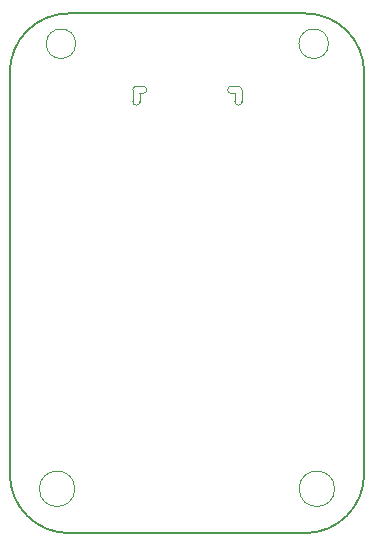
<source format=gbr>
%TF.GenerationSoftware,KiCad,Pcbnew,9.0.6-rc2*%
%TF.CreationDate,2026-01-29T22:58:21-08:00*%
%TF.ProjectId,hoja-dongle,686f6a61-2d64-46f6-9e67-6c652e6b6963,rev?*%
%TF.SameCoordinates,Original*%
%TF.FileFunction,Profile,NP*%
%FSLAX46Y46*%
G04 Gerber Fmt 4.6, Leading zero omitted, Abs format (unit mm)*
G04 Created by KiCad (PCBNEW 9.0.6-rc2) date 2026-01-29 22:58:21*
%MOMM*%
%LPD*%
G01*
G04 APERTURE LIST*
%TA.AperFunction,Profile*%
%ADD10C,0.100000*%
%TD*%
%TA.AperFunction,Profile*%
%ADD11C,0.150000*%
%TD*%
%TA.AperFunction,Profile*%
%ADD12C,0.010000*%
%TD*%
G04 APERTURE END LIST*
D10*
X126880000Y-28270000D02*
G75*
G02*
X124380000Y-28270000I-1250000J0D01*
G01*
X124380000Y-28270000D02*
G75*
G02*
X126880000Y-28270000I1250000J0D01*
G01*
D11*
X129900000Y-64700000D02*
G75*
G02*
X124900000Y-69700000I-5000000J0D01*
G01*
X104900000Y-69700000D02*
G75*
G02*
X99900000Y-64700000I0J5000000D01*
G01*
X99900000Y-64700000D02*
X99900000Y-30700000D01*
X129900000Y-30700000D02*
X129900000Y-64700000D01*
X99900000Y-30700000D02*
G75*
G02*
X104900000Y-25700000I5000000J0D01*
G01*
D10*
X105400000Y-65950000D02*
G75*
G02*
X102400000Y-65950000I-1500000J0D01*
G01*
X102400000Y-65950000D02*
G75*
G02*
X105400000Y-65950000I1500000J0D01*
G01*
X127400000Y-65950000D02*
G75*
G02*
X124400000Y-65950000I-1500000J0D01*
G01*
X124400000Y-65950000D02*
G75*
G02*
X127400000Y-65950000I1500000J0D01*
G01*
X105480000Y-28270000D02*
G75*
G02*
X102980000Y-28270000I-1250000J0D01*
G01*
X102980000Y-28270000D02*
G75*
G02*
X105480000Y-28270000I1250000J0D01*
G01*
D11*
X124900000Y-25700000D02*
G75*
G02*
X129900000Y-30700000I0J-5000000D01*
G01*
X124900000Y-69700000D02*
X104900000Y-69700000D01*
X104900000Y-25700000D02*
X124900000Y-25700000D01*
D12*
%TO.C,J2*%
X110310000Y-32170000D02*
X110310000Y-33170000D01*
X110910000Y-33170000D02*
X110910000Y-32480000D01*
X110930000Y-32470001D02*
X111210000Y-32470000D01*
X111210000Y-31870000D02*
X110610000Y-31870000D01*
X118650000Y-31870000D02*
X119250000Y-31870000D01*
X118930000Y-32470001D02*
X118650000Y-32470000D01*
X118950000Y-33170000D02*
X118950000Y-32490000D01*
X119550000Y-32170000D02*
X119550000Y-33170000D01*
X110310000Y-32170000D02*
G75*
G02*
X110610000Y-31870000I300000J0D01*
G01*
X110610000Y-33470000D02*
G75*
G02*
X110310000Y-33170000I0J300000D01*
G01*
X110910000Y-32480000D02*
G75*
G02*
X110930000Y-32470000I15000J-5000D01*
G01*
X110910000Y-33170000D02*
G75*
G02*
X110610000Y-33470000I-300000J0D01*
G01*
X111210000Y-31870000D02*
G75*
G02*
X111510000Y-32170000I0J-300000D01*
G01*
X111510000Y-32170000D02*
G75*
G02*
X111210000Y-32470000I-300000J0D01*
G01*
X118350000Y-32170000D02*
G75*
G02*
X118650000Y-31870000I300000J0D01*
G01*
X118650000Y-32470000D02*
G75*
G02*
X118350000Y-32170000I0J300000D01*
G01*
X118930000Y-32470001D02*
G75*
G02*
X118950000Y-32490000I1J-19999D01*
G01*
X119250000Y-31870000D02*
G75*
G02*
X119550000Y-32170000I0J-300000D01*
G01*
X119250000Y-33470000D02*
G75*
G02*
X118950000Y-33170000I0J300000D01*
G01*
X119550000Y-33170000D02*
G75*
G02*
X119250000Y-33470000I-300000J0D01*
G01*
%TD*%
M02*

</source>
